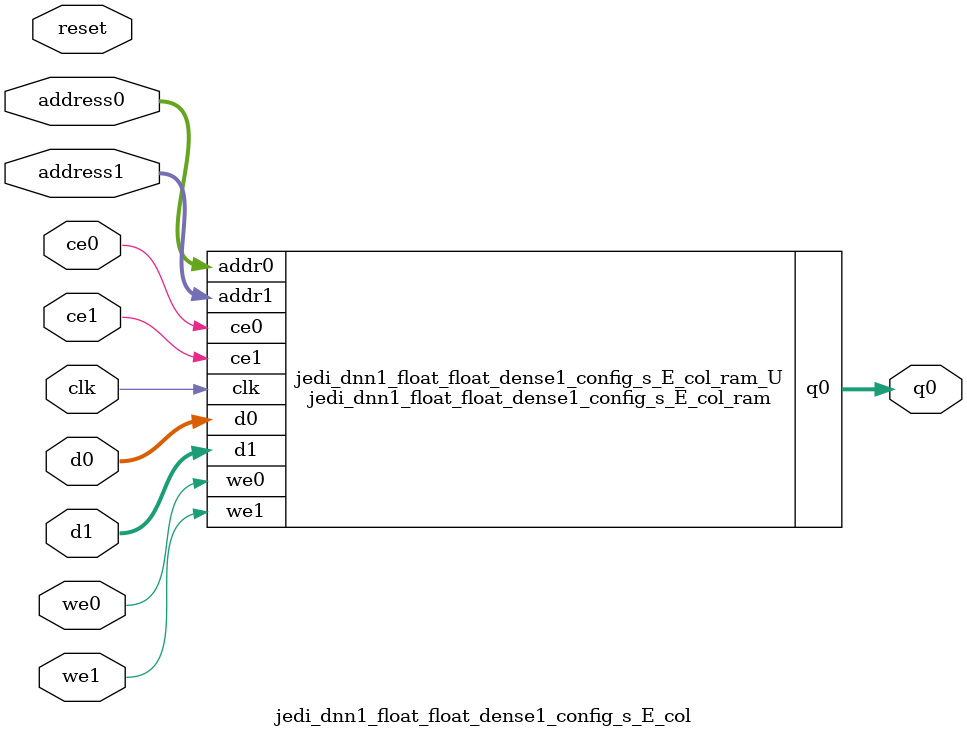
<source format=v>
`timescale 1 ns / 1 ps
module jedi_dnn1_float_float_dense1_config_s_E_col_ram (addr0, ce0, d0, we0, q0, addr1, ce1, d1, we1,  clk);

parameter DWIDTH = 32;
parameter AWIDTH = 4;
parameter MEM_SIZE = 10;

input[AWIDTH-1:0] addr0;
input ce0;
input[DWIDTH-1:0] d0;
input we0;
output reg[DWIDTH-1:0] q0;
input[AWIDTH-1:0] addr1;
input ce1;
input[DWIDTH-1:0] d1;
input we1;
input clk;

(* ram_style = "block" *)reg [DWIDTH-1:0] ram[0:MEM_SIZE-1];




always @(posedge clk)  
begin 
    if (ce0) begin
        if (we0) 
            ram[addr0] <= d0; 
        q0 <= ram[addr0];
    end
end


always @(posedge clk)  
begin 
    if (ce1) begin
        if (we1) 
            ram[addr1] <= d1; 
    end
end


endmodule

`timescale 1 ns / 1 ps
module jedi_dnn1_float_float_dense1_config_s_E_col(
    reset,
    clk,
    address0,
    ce0,
    we0,
    d0,
    q0,
    address1,
    ce1,
    we1,
    d1);

parameter DataWidth = 32'd32;
parameter AddressRange = 32'd10;
parameter AddressWidth = 32'd4;
input reset;
input clk;
input[AddressWidth - 1:0] address0;
input ce0;
input we0;
input[DataWidth - 1:0] d0;
output[DataWidth - 1:0] q0;
input[AddressWidth - 1:0] address1;
input ce1;
input we1;
input[DataWidth - 1:0] d1;



jedi_dnn1_float_float_dense1_config_s_E_col_ram jedi_dnn1_float_float_dense1_config_s_E_col_ram_U(
    .clk( clk ),
    .addr0( address0 ),
    .ce0( ce0 ),
    .we0( we0 ),
    .d0( d0 ),
    .q0( q0 ),
    .addr1( address1 ),
    .ce1( ce1 ),
    .we1( we1 ),
    .d1( d1 ));

endmodule


</source>
